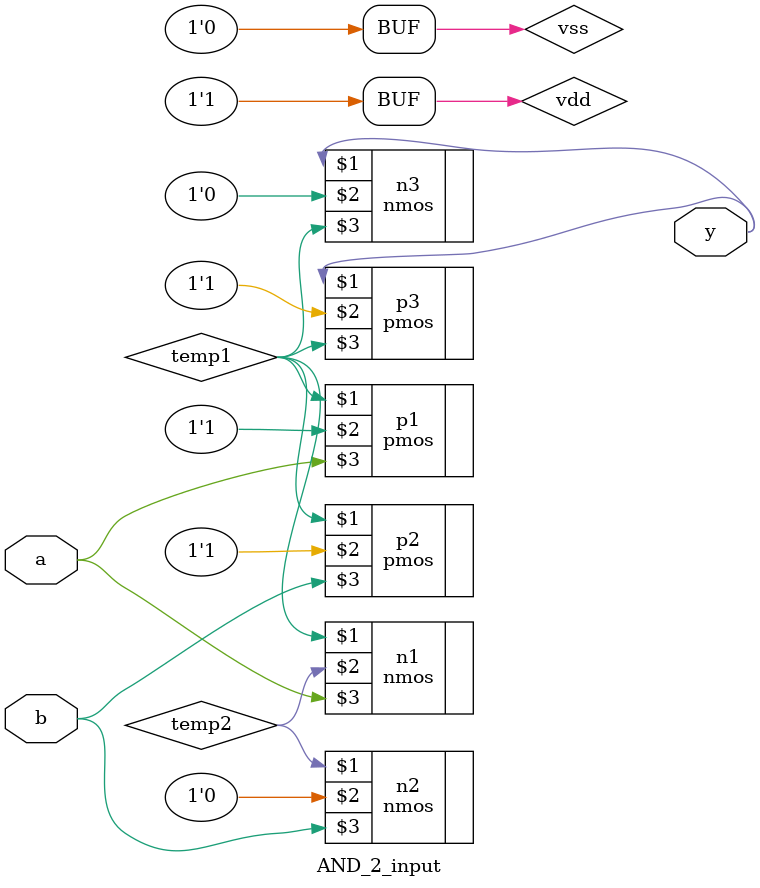
<source format=v>
`timescale 1ns / 1ps


module AND_2_input(
input a,b,
output y
    );
    wire temp1,temp2;
    supply1 vdd;
    supply0 vss;
    pmos p1(temp1,vdd,a);
    pmos p2(temp1,vdd,b);
    nmos n1(temp1,temp2,a);
    nmos n2(temp2,vss,b);
    
    pmos p3(y,vdd,temp1);
    nmos n3(y,vss,temp1);
endmodule

</source>
